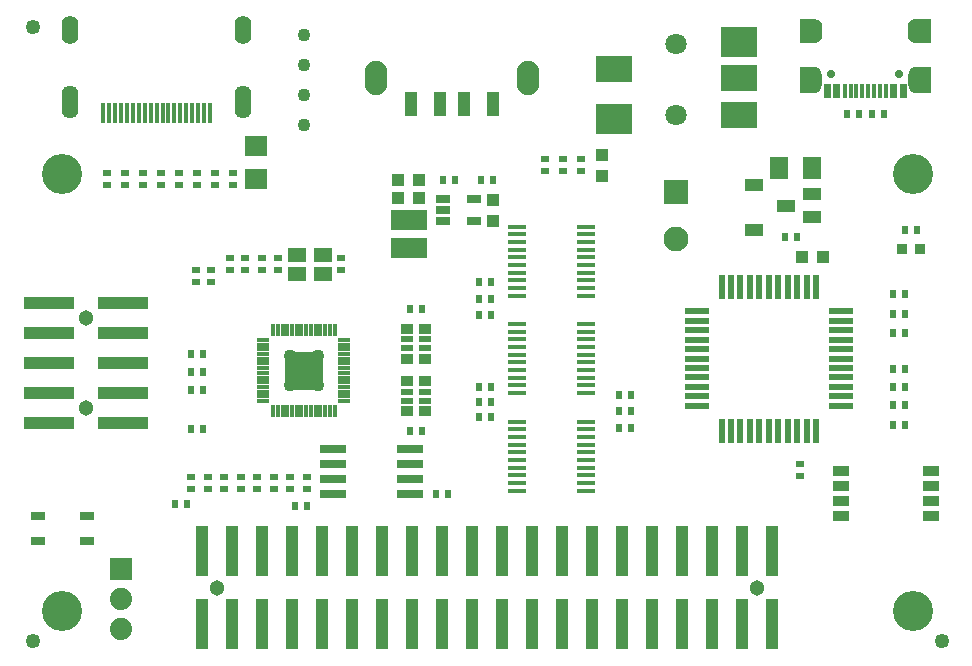
<source format=gbr>
G04 #@! TF.GenerationSoftware,KiCad,Pcbnew,5.1.0-rc2-unknown-036be7d~80~ubuntu16.04.1*
G04 #@! TF.CreationDate,2023-08-29T11:39:43+03:00*
G04 #@! TF.ProjectId,Neo6502_Rev_B,4e656f36-3530-4325-9f52-65765f422e6b,B*
G04 #@! TF.SameCoordinates,Original*
G04 #@! TF.FileFunction,Soldermask,Top*
G04 #@! TF.FilePolarity,Negative*
%FSLAX46Y46*%
G04 Gerber Fmt 4.6, Leading zero omitted, Abs format (unit mm)*
G04 Created by KiCad (PCBNEW 5.1.0-rc2-unknown-036be7d~80~ubuntu16.04.1) date 2023-08-29 11:39:43*
%MOMM*%
%LPD*%
G04 APERTURE LIST*
%ADD10R,0.401600X1.251600*%
%ADD11O,1.301600X2.301600*%
%ADD12C,0.701600*%
%ADD13O,1.401600X2.101600*%
%ADD14R,0.351600X1.251600*%
%ADD15R,1.201600X2.301600*%
%ADD16R,1.201600X2.101600*%
%ADD17R,1.101600X2.101600*%
%ADD18O,1.901600X2.901600*%
%ADD19O,1.401600X2.401600*%
%ADD20R,0.351600X1.701600*%
%ADD21O,1.401600X2.801600*%
%ADD22C,1.301600*%
%ADD23R,1.101600X4.351600*%
%ADD24R,4.351600X1.101600*%
%ADD25C,1.801600*%
%ADD26R,3.101599X2.201600*%
%ADD27R,3.101599X2.601600*%
%ADD28R,0.651600X0.601600*%
%ADD29C,1.254000*%
%ADD30C,3.401601*%
%ADD31R,0.901600X0.901600*%
%ADD32R,0.601600X0.651600*%
%ADD33R,1.117600X1.117600*%
%ADD34R,1.501600X1.101600*%
%ADD35R,1.151600X0.751600*%
%ADD36C,1.101600*%
%ADD37R,1.901600X1.701600*%
%ADD38R,3.101600X1.701600*%
%ADD39R,1.501600X1.301600*%
%ADD40R,1.117600X0.863600*%
%ADD41R,1.117600X0.609600*%
%ADD42R,1.879600X1.879600*%
%ADD43C,1.879600*%
%ADD44R,2.301600X0.701600*%
%ADD45R,3.301600X3.301600*%
%ADD46C,1.901600*%
%ADD47R,0.976600X0.301600*%
%ADD48R,0.301600X0.976600*%
%ADD49R,1.301600X0.651600*%
%ADD50R,1.501600X0.451600*%
%ADD51R,2.101600X2.101600*%
%ADD52C,2.101600*%
%ADD53R,1.625600X1.879600*%
%ADD54R,2.101600X0.501600*%
%ADD55R,0.501600X2.101600*%
%ADD56R,1.371600X0.861600*%
G04 APERTURE END LIST*
D10*
X168675000Y-71932000D03*
X175325000Y-71932000D03*
X168925000Y-71932000D03*
X175075000Y-71932000D03*
X169475000Y-71932000D03*
X174525000Y-71932000D03*
X169725000Y-71932000D03*
X174275000Y-71932000D03*
D11*
X176320000Y-71030000D03*
D12*
X174890000Y-70530000D03*
D13*
X176320000Y-66850000D03*
X167680000Y-66850000D03*
D11*
X167680000Y-71030000D03*
D14*
X172250000Y-71932000D03*
X171250000Y-71932000D03*
X170750000Y-71932000D03*
X171750000Y-71932000D03*
X170250000Y-71932000D03*
X172750000Y-71932000D03*
X173250000Y-71932000D03*
X173750000Y-71932000D03*
D12*
X169110000Y-70530000D03*
D15*
X176927600Y-71030000D03*
D16*
X176927600Y-66850000D03*
D15*
X167072400Y-71030000D03*
D16*
X167072400Y-66850000D03*
D17*
X133500000Y-73050000D03*
X136000000Y-73050000D03*
X138000000Y-73050000D03*
X140500000Y-73050000D03*
D18*
X130600000Y-70850000D03*
X143400000Y-70850000D03*
D19*
X119300000Y-66800000D03*
D20*
X116500000Y-73800000D03*
X116000000Y-73800000D03*
X115500000Y-73800000D03*
X115000000Y-73800000D03*
X114500000Y-73800000D03*
X114000000Y-73800000D03*
X113500000Y-73800000D03*
X113000000Y-73800000D03*
X112500000Y-73800000D03*
X112000000Y-73800000D03*
X111500000Y-73800000D03*
X111000000Y-73800000D03*
X110500000Y-73800000D03*
X110000000Y-73800000D03*
X109500000Y-73800000D03*
X109000000Y-73800000D03*
X108500000Y-73800000D03*
X108000000Y-73800000D03*
X107500000Y-73800000D03*
D19*
X104700000Y-66800000D03*
D21*
X104700000Y-72850000D03*
X119300000Y-72850000D03*
D22*
X117140000Y-114000000D03*
X162860000Y-114000000D03*
D23*
X115870000Y-117125000D03*
X115870000Y-110875000D03*
X118410000Y-117125000D03*
X118410000Y-110875000D03*
X120950000Y-117125000D03*
X120950000Y-110875000D03*
X123490000Y-117125000D03*
X123490000Y-110875000D03*
X126030000Y-117125000D03*
X126030000Y-110875000D03*
X128570000Y-117125000D03*
X128570000Y-110875000D03*
X131110000Y-117125000D03*
X131110000Y-110875000D03*
X133650000Y-117125000D03*
X133650000Y-110875000D03*
X136190000Y-117125000D03*
X136190000Y-110875000D03*
X138730000Y-117125000D03*
X138730000Y-110875000D03*
X141270000Y-117125000D03*
X141270000Y-110875000D03*
X143810000Y-117125000D03*
X143810000Y-110875000D03*
X146350000Y-117125000D03*
X146350000Y-110875000D03*
X148890000Y-117125000D03*
X148890000Y-110875000D03*
X151430000Y-117125000D03*
X151430000Y-110875000D03*
X153970000Y-117125000D03*
X153970000Y-110875000D03*
X156510000Y-117125000D03*
X156510000Y-110875000D03*
X159050000Y-117125000D03*
X159050000Y-110875000D03*
X161590000Y-117125000D03*
X161590000Y-110875000D03*
X164130000Y-117125000D03*
X164130000Y-110875000D03*
D22*
X106000000Y-98810000D03*
D24*
X102875000Y-89920000D03*
X109125000Y-89920000D03*
X102875000Y-92460000D03*
X109125000Y-92460000D03*
X102875000Y-95000000D03*
X109125000Y-95000000D03*
X102875000Y-97540000D03*
X109125000Y-97540000D03*
X102875000Y-100080000D03*
X109125000Y-100080000D03*
D22*
X106000000Y-91190000D03*
D25*
X156000000Y-74000000D03*
X156000000Y-68000000D03*
D26*
X161300000Y-70900000D03*
X150700000Y-70100000D03*
X161300000Y-74000000D03*
D27*
X150700000Y-74300000D03*
X161300000Y-67800000D03*
D28*
X166497000Y-103505000D03*
X166497000Y-104521000D03*
D29*
X101500000Y-66500000D03*
X178500000Y-118500000D03*
D30*
X104000000Y-116000000D03*
X176000000Y-116000000D03*
X176000000Y-79000000D03*
X104000000Y-79000000D03*
D31*
X176632000Y-85330000D03*
X175108000Y-85330000D03*
D32*
X175387000Y-83740000D03*
X176403000Y-83740000D03*
X114935000Y-97282000D03*
X115951000Y-97282000D03*
X139319000Y-88138000D03*
X140335000Y-88138000D03*
X114935000Y-95758000D03*
X115951000Y-95758000D03*
X165227000Y-84328000D03*
X166243000Y-84328000D03*
D28*
X146431000Y-77724000D03*
X146431000Y-78740000D03*
X144907000Y-77724000D03*
X144907000Y-78740000D03*
D33*
X168402000Y-85979000D03*
X166624000Y-85979000D03*
X149733000Y-77343000D03*
X149733000Y-79121000D03*
D28*
X147955000Y-77724000D03*
X147955000Y-78740000D03*
D34*
X162560000Y-83688000D03*
X162560000Y-79888000D03*
X167477440Y-82610960D03*
X167477440Y-80708500D03*
X165267640Y-81663540D03*
D35*
X106075000Y-110075000D03*
X101925000Y-110075000D03*
X106075000Y-107925000D03*
X101925000Y-107925000D03*
D32*
X124714000Y-107061000D03*
X123698000Y-107061000D03*
D28*
X116586000Y-87122000D03*
X116586000Y-88138000D03*
D32*
X134493000Y-100711000D03*
X133477000Y-100711000D03*
X133477000Y-90424000D03*
X134493000Y-90424000D03*
D28*
X119507000Y-87122000D03*
X119507000Y-86106000D03*
D32*
X114935000Y-94234000D03*
X115951000Y-94234000D03*
X115951000Y-100584000D03*
X114935000Y-100584000D03*
D28*
X123317000Y-104648000D03*
X123317000Y-105664000D03*
X121920000Y-105664000D03*
X121920000Y-104648000D03*
X114935000Y-105664000D03*
X114935000Y-104648000D03*
X116332000Y-105664000D03*
X116332000Y-104648000D03*
X117729000Y-104648000D03*
X117729000Y-105664000D03*
X118237000Y-87122000D03*
X118237000Y-86106000D03*
X124714000Y-105664000D03*
X124714000Y-104648000D03*
X127635000Y-86106000D03*
X127635000Y-87122000D03*
X122301000Y-86106000D03*
X122301000Y-87122000D03*
D33*
X140462000Y-82931000D03*
X140462000Y-81153000D03*
D32*
X174371000Y-95504001D03*
X175387000Y-95504001D03*
D33*
X132461001Y-81026000D03*
X134239001Y-81026000D03*
X134239000Y-79502000D03*
X132461000Y-79502000D03*
D32*
X152146000Y-97663000D03*
X151130000Y-97663000D03*
X151130000Y-99060000D03*
X152146000Y-99060000D03*
X139319000Y-89535000D03*
X140335000Y-89535000D03*
X140335000Y-90932000D03*
X139319000Y-90932000D03*
X139319000Y-98298000D03*
X140335000Y-98298000D03*
X139319000Y-99568000D03*
X140335000Y-99568000D03*
D36*
X124460000Y-67230000D03*
D37*
X120396000Y-79378000D03*
X120396000Y-76578000D03*
D38*
X133350000Y-85274000D03*
X133350000Y-82874000D03*
D39*
X126068000Y-85814000D03*
X123868000Y-87414000D03*
X123868000Y-85814000D03*
X126068000Y-87414000D03*
D32*
X136652000Y-106045000D03*
X135636000Y-106045000D03*
D28*
X115316000Y-88138000D03*
X115316000Y-87122000D03*
X120904000Y-87122000D03*
X120904000Y-86106000D03*
X119126000Y-104648000D03*
X119126000Y-105664000D03*
X120523000Y-105664000D03*
X120523000Y-104648000D03*
D32*
X113538000Y-106934000D03*
X114554000Y-106934000D03*
X171450000Y-73914000D03*
X170434000Y-73914000D03*
X173609000Y-73914000D03*
X172593000Y-73914000D03*
X175387000Y-97028000D03*
X174371000Y-97028000D03*
X136271000Y-79502000D03*
X137287000Y-79502000D03*
X139446000Y-79502000D03*
X140462000Y-79502000D03*
X174371000Y-92456000D03*
X175387000Y-92456000D03*
X175387000Y-90805000D03*
X174371000Y-90805000D03*
X174371000Y-89154000D03*
X175387000Y-89154000D03*
X175387000Y-100203000D03*
X174371000Y-100203000D03*
X174371000Y-98552000D03*
X175387000Y-98552000D03*
D28*
X107823000Y-79883000D03*
X107823000Y-78867000D03*
X109347000Y-78867000D03*
X109347000Y-79883000D03*
X110871000Y-79883000D03*
X110871000Y-78867000D03*
X112395000Y-78867000D03*
X112395000Y-79883000D03*
X113919000Y-79883000D03*
X113919000Y-78867000D03*
X115443000Y-78867000D03*
X115443000Y-79883000D03*
X116967000Y-79883000D03*
X116967000Y-78867000D03*
X118491000Y-78867000D03*
X118491000Y-79883000D03*
D32*
X139319000Y-97028000D03*
X140335000Y-97028000D03*
X152146000Y-100457000D03*
X151130000Y-100457000D03*
D40*
X134747000Y-96520000D03*
X133223000Y-96520000D03*
X134747000Y-99060000D03*
X133223000Y-99060000D03*
D41*
X134747000Y-97409000D03*
X134747000Y-98171000D03*
X133223000Y-97409000D03*
X133223000Y-98171000D03*
X133223000Y-93726000D03*
X133223000Y-92964000D03*
X134747000Y-93726000D03*
X134747000Y-92964000D03*
D40*
X133223000Y-94615000D03*
X134747000Y-94615000D03*
X133223000Y-92075000D03*
X134747000Y-92075000D03*
D42*
X109000000Y-112460000D03*
D43*
X109000000Y-115000000D03*
X109000000Y-117540000D03*
D44*
X133410000Y-106045000D03*
X133410000Y-104775000D03*
X133410000Y-103505000D03*
X133410000Y-102235000D03*
X126940000Y-102235000D03*
X126940000Y-103505000D03*
X126940000Y-104775000D03*
X126940000Y-106045000D03*
D45*
X124460000Y-95626000D03*
D36*
X125660000Y-96826000D03*
X123260000Y-96826000D03*
D46*
X124460000Y-95626000D03*
D36*
X125660000Y-94356000D03*
X123260000Y-94426000D03*
D47*
X127897500Y-98226000D03*
X127897500Y-97826000D03*
X127897500Y-97426000D03*
X127897500Y-97026000D03*
X127897500Y-96626000D03*
X127897500Y-96226000D03*
X127897500Y-95826000D03*
X127897500Y-95426000D03*
X127897500Y-95026000D03*
X127897500Y-94626000D03*
X127897500Y-94226000D03*
X127897500Y-93826000D03*
X127897500Y-93426000D03*
X127897500Y-93026000D03*
D48*
X127060000Y-92188500D03*
X126660000Y-92188500D03*
X126260000Y-92188500D03*
X125860000Y-92188500D03*
X125460000Y-92188500D03*
X125060000Y-92188500D03*
X124660000Y-92188500D03*
X124260000Y-92188500D03*
X123860000Y-92188500D03*
X123460000Y-92188500D03*
X123060000Y-92188500D03*
X122660000Y-92188500D03*
X122260000Y-92188500D03*
X121860000Y-92188500D03*
D47*
X121022500Y-93026000D03*
X121022500Y-93426000D03*
X121022500Y-93826000D03*
X121022500Y-94226000D03*
X121022500Y-94626000D03*
X121022500Y-95026000D03*
X121022500Y-95426000D03*
X121022500Y-95826000D03*
X121022500Y-96226000D03*
X121022500Y-96626000D03*
X121022500Y-97026000D03*
X121022500Y-97426000D03*
X121022500Y-97826000D03*
X121022500Y-98226000D03*
D48*
X121860000Y-99063500D03*
X122260000Y-99063500D03*
X122660000Y-99063500D03*
X123060000Y-99063500D03*
X123460000Y-99063500D03*
X123860000Y-99063500D03*
X124260000Y-99063500D03*
X124660000Y-99063500D03*
X125060000Y-99063500D03*
X125460000Y-99063500D03*
X125860000Y-99063500D03*
X126260000Y-99063500D03*
X126660000Y-99063500D03*
X127060000Y-99063500D03*
D49*
X138841000Y-82992000D03*
X138841000Y-81092000D03*
X136241000Y-82992000D03*
X136241000Y-82042000D03*
X136241000Y-81092000D03*
D50*
X148315000Y-83435000D03*
X148315000Y-84085000D03*
X148315000Y-84735000D03*
X148315000Y-85385000D03*
X148315000Y-86035000D03*
X148315000Y-86685000D03*
X148315000Y-87335000D03*
X148315000Y-87985000D03*
X148315000Y-88635000D03*
X148315000Y-89285000D03*
X142515000Y-89285000D03*
X142515000Y-88635000D03*
X142515000Y-87985000D03*
X142515000Y-87335000D03*
X142515000Y-86685000D03*
X142515000Y-86035000D03*
X142515000Y-85385000D03*
X142515000Y-84735000D03*
X142515000Y-84085000D03*
X142515000Y-83435000D03*
X148315000Y-91690000D03*
X148315000Y-92340000D03*
X148315000Y-92990000D03*
X148315000Y-93640000D03*
X148315000Y-94290000D03*
X148315000Y-94940000D03*
X148315000Y-95590000D03*
X148315000Y-96240000D03*
X148315000Y-96890000D03*
X148315000Y-97540000D03*
X142515000Y-97540000D03*
X142515000Y-96890000D03*
X142515000Y-96240000D03*
X142515000Y-95590000D03*
X142515000Y-94940000D03*
X142515000Y-94290000D03*
X142515000Y-93640000D03*
X142515000Y-92990000D03*
X142515000Y-92340000D03*
X142515000Y-91690000D03*
X148315000Y-105795000D03*
X148315000Y-105145000D03*
X148315000Y-104495000D03*
X148315000Y-103845000D03*
X148315000Y-103195000D03*
X148315000Y-102545000D03*
X148315000Y-101895000D03*
X148315000Y-101245000D03*
X148315000Y-100595000D03*
X148315000Y-99945000D03*
X142515000Y-99945000D03*
X142515000Y-100595000D03*
X142515000Y-101245000D03*
X142515000Y-101895000D03*
X142515000Y-102545000D03*
X142515000Y-103195000D03*
X142515000Y-103845000D03*
X142515000Y-104495000D03*
X142515000Y-105145000D03*
X142515000Y-105795000D03*
D36*
X124460000Y-74850000D03*
X124460000Y-69770000D03*
X124460000Y-72310000D03*
D51*
X156000000Y-80500000D03*
D52*
X156000000Y-84500000D03*
D53*
X167513000Y-78486000D03*
X164719000Y-78486000D03*
D29*
X101500000Y-118500000D03*
D54*
X169930000Y-90615000D03*
X169930000Y-91415000D03*
X169930000Y-92215000D03*
X169930000Y-93015000D03*
X169930000Y-93815000D03*
X169930000Y-94615000D03*
X169930000Y-95415000D03*
X169930000Y-96215000D03*
X169930000Y-97015000D03*
X169930000Y-97815000D03*
X169930000Y-98615000D03*
D55*
X167830000Y-100715000D03*
X167030000Y-100715000D03*
X166230000Y-100715000D03*
X165430000Y-100715000D03*
X164630000Y-100715000D03*
X163830000Y-100715000D03*
X163030000Y-100715000D03*
X162230000Y-100715000D03*
X161430000Y-100715000D03*
X160630000Y-100715000D03*
X159830000Y-100715000D03*
D54*
X157730000Y-98615000D03*
X157730000Y-97815000D03*
X157730000Y-97015000D03*
X157730000Y-96215000D03*
X157730000Y-95415000D03*
X157730000Y-94615000D03*
X157730000Y-93815000D03*
X157730000Y-93015000D03*
X157730000Y-92215000D03*
X157730000Y-91415000D03*
X157730000Y-90615000D03*
D55*
X159830000Y-88515000D03*
X160630000Y-88515000D03*
X161430000Y-88515000D03*
X162230000Y-88515000D03*
X163030000Y-88515000D03*
X163830000Y-88515000D03*
X164630000Y-88515000D03*
X165430000Y-88515000D03*
X166230000Y-88515000D03*
X167030000Y-88515000D03*
X167830000Y-88515000D03*
D56*
X177546000Y-107950000D03*
X177546000Y-106680000D03*
X177546000Y-105410000D03*
X177546000Y-104140000D03*
X169926000Y-104140000D03*
X169926000Y-105410000D03*
X169926000Y-106680000D03*
X169926000Y-107950000D03*
M02*

</source>
